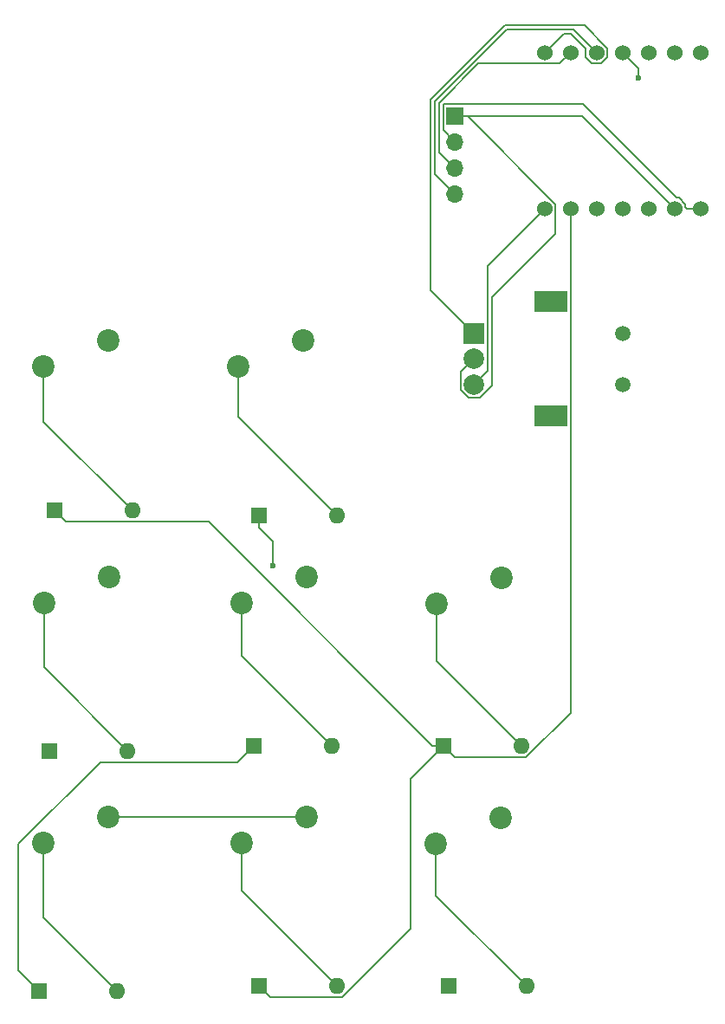
<source format=gbl>
G04 #@! TF.GenerationSoftware,KiCad,Pcbnew,9.0.1*
G04 #@! TF.CreationDate,2025-06-18T17:33:08-04:00*
G04 #@! TF.ProjectId,chop up the soul kanye,63686f70-2075-4702-9074-686520736f75,rev?*
G04 #@! TF.SameCoordinates,Original*
G04 #@! TF.FileFunction,Copper,L2,Bot*
G04 #@! TF.FilePolarity,Positive*
%FSLAX46Y46*%
G04 Gerber Fmt 4.6, Leading zero omitted, Abs format (unit mm)*
G04 Created by KiCad (PCBNEW 9.0.1) date 2025-06-18 17:33:08*
%MOMM*%
%LPD*%
G01*
G04 APERTURE LIST*
G04 #@! TA.AperFunction,ComponentPad*
%ADD10R,1.600000X1.600000*%
G04 #@! TD*
G04 #@! TA.AperFunction,ComponentPad*
%ADD11O,1.600000X1.600000*%
G04 #@! TD*
G04 #@! TA.AperFunction,ComponentPad*
%ADD12C,2.200000*%
G04 #@! TD*
G04 #@! TA.AperFunction,ComponentPad*
%ADD13C,1.500000*%
G04 #@! TD*
G04 #@! TA.AperFunction,ComponentPad*
%ADD14R,2.000000X2.000000*%
G04 #@! TD*
G04 #@! TA.AperFunction,ComponentPad*
%ADD15C,2.000000*%
G04 #@! TD*
G04 #@! TA.AperFunction,ComponentPad*
%ADD16R,3.200000X2.000000*%
G04 #@! TD*
G04 #@! TA.AperFunction,ComponentPad*
%ADD17R,1.700000X1.700000*%
G04 #@! TD*
G04 #@! TA.AperFunction,ComponentPad*
%ADD18O,1.700000X1.700000*%
G04 #@! TD*
G04 #@! TA.AperFunction,ComponentPad*
%ADD19C,1.524000*%
G04 #@! TD*
G04 #@! TA.AperFunction,ViaPad*
%ADD20C,0.600000*%
G04 #@! TD*
G04 #@! TA.AperFunction,Conductor*
%ADD21C,0.200000*%
G04 #@! TD*
G04 APERTURE END LIST*
D10*
G04 #@! TO.P,D10,1,K*
G04 #@! TO.N,row 2*
X119191487Y-87500000D03*
D11*
G04 #@! TO.P,D10,2,A*
G04 #@! TO.N,Net-(D10-A)*
X126811487Y-87500000D03*
G04 #@! TD*
D10*
G04 #@! TO.P,D6,1,K*
G04 #@! TO.N,row 2*
X139191487Y-134000000D03*
D11*
G04 #@! TO.P,D6,2,A*
G04 #@! TO.N,Net-(D6-A)*
X146811487Y-134000000D03*
G04 #@! TD*
D10*
G04 #@! TO.P,D4,1,K*
G04 #@! TO.N,row 1*
X117691487Y-134500000D03*
D11*
G04 #@! TO.P,D4,2,A*
G04 #@! TO.N,Net-(D4-A)*
X125311487Y-134500000D03*
G04 #@! TD*
D12*
G04 #@! TO.P,SW9,1,1*
G04 #@! TO.N,column 0*
X162811487Y-117510000D03*
G04 #@! TO.P,SW9,2,2*
G04 #@! TO.N,Net-(D8-A)*
X156461487Y-120050000D03*
G04 #@! TD*
G04 #@! TO.P,SW7,1,1*
G04 #@! TO.N,column 1*
X143811487Y-117420000D03*
G04 #@! TO.P,SW7,2,2*
G04 #@! TO.N,Net-(D6-A)*
X137461487Y-119960000D03*
G04 #@! TD*
D13*
G04 #@! TO.P,SW1,*
G04 #@! TO.N,*
X174686487Y-70170000D03*
X174686487Y-75170000D03*
D14*
G04 #@! TO.P,SW1,A,A*
G04 #@! TO.N,ENC_A*
X160186487Y-70170000D03*
D15*
G04 #@! TO.P,SW1,B,B*
G04 #@! TO.N,ENC_B*
X160186487Y-75170000D03*
G04 #@! TO.P,SW1,C,C*
G04 #@! TO.N,gnd*
X160186487Y-72670000D03*
D16*
G04 #@! TO.P,SW1,MP*
G04 #@! TO.N,N/C*
X167686487Y-67070000D03*
X167686487Y-78270000D03*
G04 #@! TD*
D10*
G04 #@! TO.P,D9,1,K*
G04 #@! TO.N,row 1*
X139191487Y-88000000D03*
D11*
G04 #@! TO.P,D9,2,A*
G04 #@! TO.N,Net-(D9-A)*
X146811487Y-88000000D03*
G04 #@! TD*
D12*
G04 #@! TO.P,SW6,1,1*
G04 #@! TO.N,column 2*
X143851487Y-94000000D03*
G04 #@! TO.P,SW6,2,2*
G04 #@! TO.N,Net-(D5-A)*
X137501487Y-96540000D03*
G04 #@! TD*
G04 #@! TO.P,SW8,1,1*
G04 #@! TO.N,column 2*
X162851487Y-94090000D03*
G04 #@! TO.P,SW8,2,2*
G04 #@! TO.N,Net-(D7-A)*
X156501487Y-96630000D03*
G04 #@! TD*
G04 #@! TO.P,SW3,1,1*
G04 #@! TO.N,column 1*
X124501487Y-94000000D03*
G04 #@! TO.P,SW3,2,2*
G04 #@! TO.N,Net-(D2-A)*
X118151487Y-96540000D03*
G04 #@! TD*
D10*
G04 #@! TO.P,D2,1,K*
G04 #@! TO.N,row 0*
X118691487Y-111000000D03*
D11*
G04 #@! TO.P,D2,2,A*
G04 #@! TO.N,Net-(D2-A)*
X126311487Y-111000000D03*
G04 #@! TD*
D10*
G04 #@! TO.P,D8,1,K*
G04 #@! TO.N,row 0*
X157691487Y-134000000D03*
D11*
G04 #@! TO.P,D8,2,A*
G04 #@! TO.N,Net-(D8-A)*
X165311487Y-134000000D03*
G04 #@! TD*
D10*
G04 #@! TO.P,D7,1,K*
G04 #@! TO.N,row 2*
X157191487Y-110500000D03*
D11*
G04 #@! TO.P,D7,2,A*
G04 #@! TO.N,Net-(D7-A)*
X164811487Y-110500000D03*
G04 #@! TD*
D12*
G04 #@! TO.P,SW11,1,1*
G04 #@! TO.N,column 0*
X124461487Y-70920000D03*
G04 #@! TO.P,SW11,2,2*
G04 #@! TO.N,Net-(D10-A)*
X118111487Y-73460000D03*
G04 #@! TD*
D17*
G04 #@! TO.P,J1,1,Pin_1*
G04 #@! TO.N,gnd*
X158311487Y-48960000D03*
D18*
G04 #@! TO.P,J1,2,Pin_2*
G04 #@! TO.N,power*
X158311487Y-51500000D03*
G04 #@! TO.P,J1,3,Pin_3*
G04 #@! TO.N,scl*
X158311487Y-54040000D03*
G04 #@! TO.P,J1,4,Pin_4*
G04 #@! TO.N,sda*
X158311487Y-56580000D03*
G04 #@! TD*
D19*
G04 #@! TO.P,U1,1,GPIO26/ADC0/A0*
G04 #@! TO.N,unconnected-(U1-GPIO26{slash}ADC0{slash}A0-Pad1)*
X182311487Y-42760000D03*
G04 #@! TO.P,U1,2,GPIO27/ADC1/A1*
G04 #@! TO.N,column 0*
X179771487Y-42760000D03*
G04 #@! TO.P,U1,3,GPIO28/ADC2/A2*
G04 #@! TO.N,column 1*
X177231487Y-42760000D03*
G04 #@! TO.P,U1,4,GPIO29/ADC3/A3*
G04 #@! TO.N,column 2*
X174691487Y-42760000D03*
G04 #@! TO.P,U1,5,GPIO6/SDA*
G04 #@! TO.N,sda*
X172151487Y-42760000D03*
G04 #@! TO.P,U1,6,GPIO7/SCL*
G04 #@! TO.N,scl*
X169611487Y-42760000D03*
G04 #@! TO.P,U1,7,GPIO0/TX*
G04 #@! TO.N,ENC_A*
X167071487Y-42760000D03*
G04 #@! TO.P,U1,8,GPIO1/RX*
G04 #@! TO.N,ENC_B*
X167071487Y-58000000D03*
G04 #@! TO.P,U1,9,GPIO2/SCK*
G04 #@! TO.N,row 2*
X169611487Y-58000000D03*
G04 #@! TO.P,U1,10,GPIO4/MISO*
G04 #@! TO.N,row 1*
X172151487Y-58000000D03*
G04 #@! TO.P,U1,11,GPIO3/MOSI*
G04 #@! TO.N,row 0*
X174691487Y-58000000D03*
G04 #@! TO.P,U1,12,3V3*
G04 #@! TO.N,unconnected-(U1-3V3-Pad12)*
X177231487Y-58000000D03*
G04 #@! TO.P,U1,13,GND*
G04 #@! TO.N,gnd*
X179771487Y-58000000D03*
G04 #@! TO.P,U1,14,VBUS*
G04 #@! TO.N,power*
X182311487Y-58000000D03*
G04 #@! TD*
D12*
G04 #@! TO.P,SW5,1,1*
G04 #@! TO.N,column 1*
X124461487Y-117420000D03*
G04 #@! TO.P,SW5,2,2*
G04 #@! TO.N,Net-(D4-A)*
X118111487Y-119960000D03*
G04 #@! TD*
D10*
G04 #@! TO.P,D5,1,K*
G04 #@! TO.N,row 1*
X138691487Y-110500000D03*
D11*
G04 #@! TO.P,D5,2,A*
G04 #@! TO.N,Net-(D5-A)*
X146311487Y-110500000D03*
G04 #@! TD*
D12*
G04 #@! TO.P,SW10,1,1*
G04 #@! TO.N,column 0*
X143461487Y-70920000D03*
G04 #@! TO.P,SW10,2,2*
G04 #@! TO.N,Net-(D9-A)*
X137111487Y-73460000D03*
G04 #@! TD*
D20*
G04 #@! TO.N,row 1*
X140493750Y-92868750D03*
G04 #@! TO.N,column 2*
X176212500Y-45243750D03*
G04 #@! TD*
D21*
G04 #@! TO.N,Net-(D2-A)*
X126311487Y-111000000D02*
X118151487Y-102840000D01*
X118151487Y-102840000D02*
X118151487Y-96540000D01*
G04 #@! TO.N,row 1*
X123642750Y-112101000D02*
X137090487Y-112101000D01*
X140493750Y-92868750D02*
X140493750Y-90487500D01*
X115640487Y-132449000D02*
X115640487Y-120103263D01*
X137090487Y-112101000D02*
X138691487Y-110500000D01*
X117691487Y-134500000D02*
X115640487Y-132449000D01*
X140493750Y-90487500D02*
X139191487Y-89185237D01*
X115640487Y-120103263D02*
X123642750Y-112101000D01*
X139191487Y-89185237D02*
X139191487Y-88000000D01*
G04 #@! TO.N,Net-(D4-A)*
X125311487Y-134500000D02*
X118111487Y-127300000D01*
X118111487Y-127300000D02*
X118111487Y-119960000D01*
G04 #@! TO.N,Net-(D5-A)*
X137501487Y-101690000D02*
X137501487Y-96540000D01*
X146311487Y-110500000D02*
X137501487Y-101690000D01*
G04 #@! TO.N,row 2*
X153990487Y-128378050D02*
X153990487Y-113701000D01*
X169611487Y-107257050D02*
X169611487Y-58000000D01*
X153990487Y-113701000D02*
X157191487Y-110500000D01*
X147267537Y-135101000D02*
X153990487Y-128378050D01*
X156113017Y-110500000D02*
X157191487Y-110500000D01*
X140292487Y-135101000D02*
X147267537Y-135101000D01*
X165267537Y-111601000D02*
X169611487Y-107257050D01*
X120292487Y-88601000D02*
X134214017Y-88601000D01*
X119191487Y-87500000D02*
X120292487Y-88601000D01*
X134214017Y-88601000D02*
X156113017Y-110500000D01*
X157191487Y-110500000D02*
X158292487Y-111601000D01*
X139191487Y-134000000D02*
X140292487Y-135101000D01*
X158292487Y-111601000D02*
X165267537Y-111601000D01*
G04 #@! TO.N,Net-(D6-A)*
X146811487Y-134000000D02*
X137461487Y-124650000D01*
X137461487Y-124650000D02*
X137461487Y-119960000D01*
G04 #@! TO.N,Net-(D7-A)*
X156501487Y-102190000D02*
X156501487Y-96630000D01*
X164811487Y-110500000D02*
X156501487Y-102190000D01*
G04 #@! TO.N,Net-(D8-A)*
X156461487Y-125150000D02*
X156461487Y-120050000D01*
X165311487Y-134000000D02*
X156461487Y-125150000D01*
G04 #@! TO.N,Net-(D9-A)*
X146811487Y-88000000D02*
X137111487Y-78300000D01*
X137111487Y-78300000D02*
X137111487Y-73460000D01*
G04 #@! TO.N,Net-(D10-A)*
X126811487Y-87500000D02*
X118111487Y-78800000D01*
X118111487Y-78800000D02*
X118111487Y-73460000D01*
G04 #@! TO.N,power*
X157160487Y-47809000D02*
X170809000Y-47809000D01*
X157160487Y-50349000D02*
X157160487Y-47809000D01*
X180211797Y-56937000D02*
X180834487Y-57559690D01*
X180834487Y-57834487D02*
X181000000Y-58000000D01*
X180834487Y-57559690D02*
X180834487Y-57834487D01*
X170809000Y-47809000D02*
X179937000Y-56937000D01*
X179937000Y-56937000D02*
X180211797Y-56937000D01*
X158311487Y-51500000D02*
X157160487Y-50349000D01*
X181000000Y-58000000D02*
X182311487Y-58000000D01*
G04 #@! TO.N,sda*
X163354037Y-40481250D02*
X169872737Y-40481250D01*
X169872737Y-40481250D02*
X172151487Y-42760000D01*
X156358487Y-47476800D02*
X163354037Y-40481250D01*
X156358487Y-54627000D02*
X156358487Y-47476800D01*
X158311487Y-56580000D02*
X156358487Y-54627000D01*
G04 #@! TO.N,gnd*
X159647595Y-76471000D02*
X160725379Y-76471000D01*
X158885487Y-75708892D02*
X159647595Y-76471000D01*
X158311487Y-48960000D02*
X170731487Y-48960000D01*
X168134487Y-57559690D02*
X159534797Y-48960000D01*
X160186487Y-72670000D02*
X158885487Y-73971000D01*
X161925000Y-75271379D02*
X161925000Y-66675000D01*
X161925000Y-66675000D02*
X168134487Y-60465513D01*
X168134487Y-60465513D02*
X168134487Y-57559690D01*
X159534797Y-48960000D02*
X158311487Y-48960000D01*
X160725379Y-76471000D02*
X161925000Y-75271379D01*
X158885487Y-73971000D02*
X158885487Y-75708892D01*
X170731487Y-48960000D02*
X179771487Y-58000000D01*
G04 #@! TO.N,scl*
X168548487Y-43823000D02*
X169611487Y-42760000D01*
X156759487Y-52488000D02*
X156759487Y-47642900D01*
X160579387Y-43823000D02*
X168548487Y-43823000D01*
X156759487Y-47642900D02*
X160579387Y-43823000D01*
X158311487Y-54040000D02*
X156759487Y-52488000D01*
G04 #@! TO.N,ENC_B*
X161487487Y-73869000D02*
X161487487Y-63584000D01*
X161487487Y-63584000D02*
X167071487Y-58000000D01*
X160186487Y-75170000D02*
X161487487Y-73869000D01*
G04 #@! TO.N,ENC_A*
X173214487Y-43200310D02*
X173214487Y-42319690D01*
X169651047Y-40882250D02*
X171088487Y-42319690D01*
X171088487Y-42319690D02*
X171088487Y-43200310D01*
X155957487Y-47310700D02*
X155957487Y-65941000D01*
X170975047Y-40080250D02*
X163187937Y-40080250D01*
X167071487Y-42760000D02*
X168949237Y-40882250D01*
X163187937Y-40080250D02*
X155957487Y-47310700D01*
X171088487Y-43200310D02*
X171711177Y-43823000D01*
X172591797Y-43823000D02*
X173214487Y-43200310D01*
X171711177Y-43823000D02*
X172591797Y-43823000D01*
X155957487Y-65941000D02*
X160186487Y-70170000D01*
X173214487Y-42319690D02*
X170975047Y-40080250D01*
X168949237Y-40882250D02*
X169651047Y-40882250D01*
G04 #@! TO.N,column 1*
X124461487Y-117420000D02*
X143811487Y-117420000D01*
G04 #@! TO.N,column 2*
X176212500Y-44281013D02*
X174691487Y-42760000D01*
X176212500Y-45243750D02*
X176212500Y-44281013D01*
G04 #@! TD*
M02*

</source>
